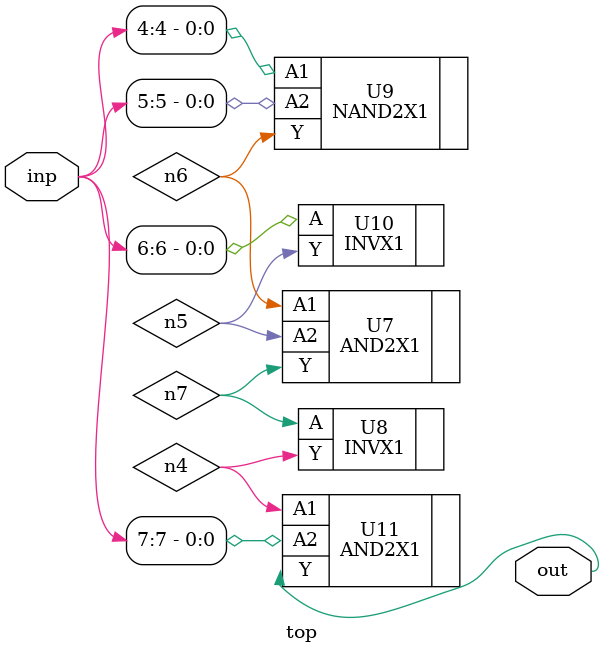
<source format=sv>


module top ( inp, out );
  input [7:0] inp;
  output out;
  wire   n4, n5, n6, n7;

  AND2X1 U7 ( .A1(n6), .A2(n5), .Y(n7) );
  INVX1 U8 ( .A(n7), .Y(n4) );
  NAND2X1 U9 ( .A1(inp[4]), .A2(inp[5]), .Y(n6) );
  INVX1 U10 ( .A(inp[6]), .Y(n5) );
  AND2X1 U11 ( .A1(n4), .A2(inp[7]), .Y(out) );
endmodule


</source>
